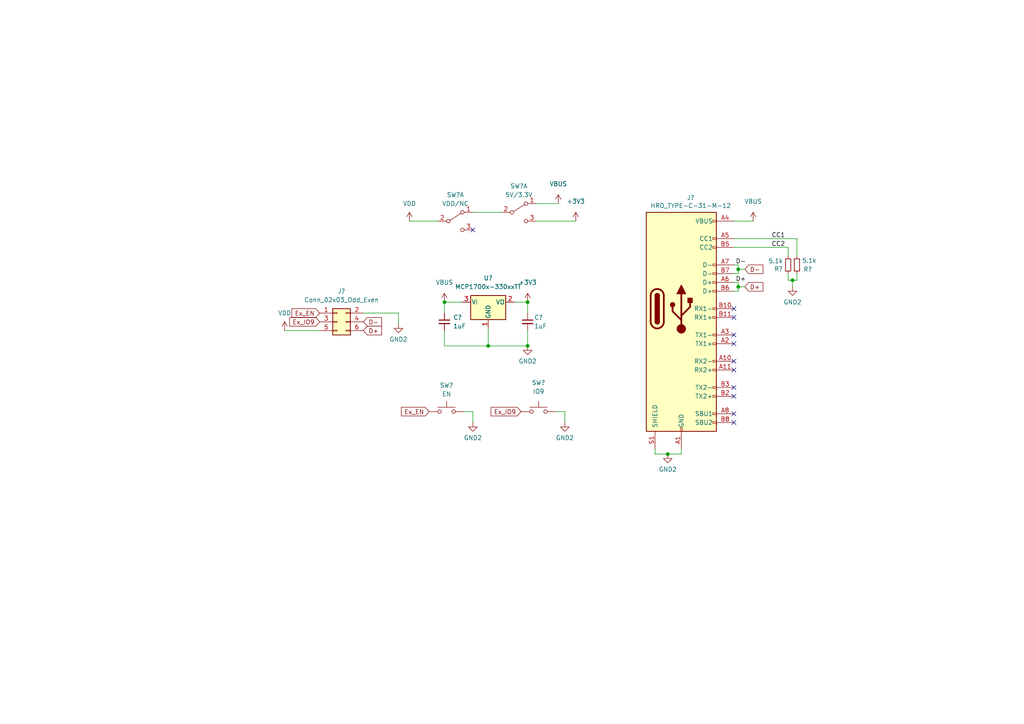
<source format=kicad_sch>
(kicad_sch (version 20211123) (generator eeschema)
  (paper "A4")
  (lib_symbols
    (symbol "Connector:USB_C_Receptacle" (pin_names (offset 1.016))
      (property "Reference" "J" (at -10.16 29.21 0))
      (property "Value" "USB_C_Receptacle" (at 10.16 29.21 0))
      (symbol "USB_C_Receptacle_0_0"
        (rectangle (start -0.254 -35.56) (end 0.254 -34.544))
        (rectangle (start 10.16 -32.766) (end 9.144 -33.274))
        (rectangle (start 10.16 -30.226) (end 9.144 -30.734))
        (rectangle (start 10.16 -25.146) (end 9.144 -25.654))
        (rectangle (start 10.16 -22.606) (end 9.144 -23.114))
        (rectangle (start 10.16 -17.526) (end 9.144 -18.034))
        (rectangle (start 10.16 -14.986) (end 9.144 -15.494))
        (rectangle (start 10.16 -9.906) (end 9.144 -10.414))
        (rectangle (start 10.16 -7.366) (end 9.144 -7.874))
        (rectangle (start 10.16 -2.286) (end 9.144 -2.794))
        (rectangle (start 10.16 0.254) (end 9.144 -0.254))
        (rectangle (start 10.16 5.334) (end 9.144 4.826))
        (rectangle (start 10.16 7.874) (end 9.144 7.366))
        (rectangle (start 10.16 10.414) (end 9.144 9.906))
        (rectangle (start 10.16 12.954) (end 9.144 12.446))
        (rectangle (start 10.16 18.034) (end 9.144 17.526))
        (rectangle (start 10.16 20.574) (end 9.144 20.066))
        (rectangle (start 10.16 25.654) (end 9.144 25.146))
      )
      (symbol "USB_C_Receptacle_0_1"
        (rectangle (start -10.16 27.94) (end 10.16 -35.56) (stroke (width 0.254)) (fill (type background)))
        (arc (start -8.89 -3.81) (mid -6.985 -5.715) (end -5.08 -3.81) (stroke (width 0.508)))
        (arc (start -7.62 -3.81) (mid -6.985 -4.445) (end -6.35 -3.81) (stroke (width 0.254)))
        (arc (start -7.62 -3.81) (mid -6.985 -4.445) (end -6.35 -3.81) (stroke (width 0.254)) (fill (type outline)))
        (rectangle (start -7.62 -3.81) (end -6.35 3.81) (stroke (width 0.254)) (fill (type outline)))
        (arc (start -6.35 3.81) (mid -6.985 4.445) (end -7.62 3.81) (stroke (width 0.254)))
        (arc (start -6.35 3.81) (mid -6.985 4.445) (end -7.62 3.81) (stroke (width 0.254)) (fill (type outline)))
        (arc (start -5.08 3.81) (mid -6.985 5.715) (end -8.89 3.81) (stroke (width 0.508)))
        (polyline (pts (xy -8.89 -3.81) (xy -8.89 3.81)) (stroke (width 0.508)))
        (polyline (pts (xy -5.08 3.81) (xy -5.08 -3.81)) (stroke (width 0.508)))
      )
      (symbol "USB_C_Receptacle_1_1"
        (circle (center -2.54 1.143) (radius 0.635) (stroke (width 0.254)) (fill (type outline)))
        (circle (center 0 -5.842) (radius 1.27) (fill (type outline)))
        (polyline (pts (xy 0 -5.842) (xy 0 4.318)) (stroke (width 0.508)))
        (polyline (pts (xy 0 -3.302) (xy -2.54 -0.762) (xy -2.54 0.508)) (stroke (width 0.508)))
        (polyline (pts (xy 0 -2.032) (xy 2.54 0.508) (xy 2.54 1.778)) (stroke (width 0.508)))
        (polyline (pts (xy -1.27 4.318) (xy 0 6.858) (xy 1.27 4.318) (xy -1.27 4.318)) (stroke (width 0.254)) (fill (type outline)))
        (rectangle (start 1.905 1.778) (end 3.175 3.048) (stroke (width 0.254)) (fill (type outline)))
        (pin passive line (at 0 -40.64 90) (length 5.08) (name "GND") (number "A1"))
        (pin bidirectional line (at 15.24 -15.24 180) (length 5.08) (name "RX2-") (number "A10"))
        (pin bidirectional line (at 15.24 -17.78 180) (length 5.08) (name "RX2+") (number "A11"))
        (pin passive line (at 0 -40.64 90) (length 5.08) hide (name "GND") (number "A12"))
        (pin bidirectional line (at 15.24 -10.16 180) (length 5.08) (name "TX1+") (number "A2"))
        (pin bidirectional line (at 15.24 -7.62 180) (length 5.08) (name "TX1-") (number "A3"))
        (pin passive line (at 15.24 25.4 180) (length 5.08) (name "VBUS") (number "A4"))
        (pin bidirectional line (at 15.24 20.32 180) (length 5.08) (name "CC1") (number "A5"))
        (pin bidirectional line (at 15.24 7.62 180) (length 5.08) (name "D+") (number "A6"))
        (pin bidirectional line (at 15.24 12.7 180) (length 5.08) (name "D-") (number "A7"))
        (pin bidirectional line (at 15.24 -30.48 180) (length 5.08) (name "SBU1") (number "A8"))
        (pin passive line (at 15.24 25.4 180) (length 5.08) hide (name "VBUS") (number "A9"))
        (pin passive line (at 0 -40.64 90) (length 5.08) hide (name "GND") (number "B1"))
        (pin bidirectional line (at 15.24 0 180) (length 5.08) (name "RX1-") (number "B10"))
        (pin bidirectional line (at 15.24 -2.54 180) (length 5.08) (name "RX1+") (number "B11"))
        (pin passive line (at 0 -40.64 90) (length 5.08) hide (name "GND") (number "B12"))
        (pin bidirectional line (at 15.24 -25.4 180) (length 5.08) (name "TX2+") (number "B2"))
        (pin bidirectional line (at 15.24 -22.86 180) (length 5.08) (name "TX2-") (number "B3"))
        (pin passive line (at 15.24 25.4 180) (length 5.08) hide (name "VBUS") (number "B4"))
        (pin bidirectional line (at 15.24 17.78 180) (length 5.08) (name "CC2") (number "B5"))
        (pin bidirectional line (at 15.24 5.08 180) (length 5.08) (name "D+") (number "B6"))
        (pin bidirectional line (at 15.24 10.16 180) (length 5.08) (name "D-") (number "B7"))
        (pin bidirectional line (at 15.24 -33.02 180) (length 5.08) (name "SBU2") (number "B8"))
        (pin passive line (at 15.24 25.4 180) (length 5.08) hide (name "VBUS") (number "B9"))
        (pin passive line (at -7.62 -40.64 90) (length 5.08) (name "SHIELD") (number "S1"))
      )
    )
    (symbol "Connector_Generic:Conn_02x03_Odd_Even" (pin_names (offset 1.016) hide)
      (property "Reference" "J" (at 1.27 5.08 0))
      (property "Value" "Conn_02x03_Odd_Even" (at 1.27 -5.08 0))
      (symbol "Conn_02x03_Odd_Even_1_1"
        (rectangle (start -1.27 -2.413) (end 0 -2.667) (stroke (width 0.1524)))
        (rectangle (start -1.27 0.127) (end 0 -0.127) (stroke (width 0.1524)))
        (rectangle (start -1.27 2.667) (end 0 2.413) (stroke (width 0.1524)))
        (rectangle (start -1.27 3.81) (end 3.81 -3.81) (stroke (width 0.254)) (fill (type background)))
        (rectangle (start 3.81 -2.413) (end 2.54 -2.667) (stroke (width 0.1524)))
        (rectangle (start 3.81 0.127) (end 2.54 -0.127) (stroke (width 0.1524)))
        (rectangle (start 3.81 2.667) (end 2.54 2.413) (stroke (width 0.1524)))
        (pin passive line (at -5.08 2.54 0) (length 3.81) (name "Pin_1") (number "1"))
        (pin passive line (at 7.62 2.54 180) (length 3.81) (name "Pin_2") (number "2"))
        (pin passive line (at -5.08 0 0) (length 3.81) (name "Pin_3") (number "3"))
        (pin passive line (at 7.62 0 180) (length 3.81) (name "Pin_4") (number "4"))
        (pin passive line (at -5.08 -2.54 0) (length 3.81) (name "Pin_5") (number "5"))
        (pin passive line (at 7.62 -2.54 180) (length 3.81) (name "Pin_6") (number "6"))
      )
    )
    (symbol "Device:C_Small" (pin_numbers hide) (pin_names (offset 0.254) hide)
      (property "Reference" "C" (at 0.254 1.778 0))
      (property "Value" "C_Small" (at 0.254 -2.032 0))
      (symbol "C_Small_0_1"
        (polyline (pts (xy -1.524 -0.508) (xy 1.524 -0.508)) (stroke (width 0.3302)))
        (polyline (pts (xy -1.524 0.508) (xy 1.524 0.508)) (stroke (width 0.3048)))
      )
      (symbol "C_Small_1_1"
        (pin passive line (at 0 2.54 270) (length 2.032) (name "~") (number "1"))
        (pin passive line (at 0 -2.54 90) (length 2.032) (name "~") (number "2"))
      )
    )
    (symbol "Device:R_Small" (pin_numbers hide) (pin_names (offset 0.254) hide)
      (property "Reference" "R" (at 0.762 0.508 0))
      (property "Value" "R_Small" (at 0.762 -1.016 0))
      (symbol "R_Small_0_1"
        (rectangle (start -0.762 1.778) (end 0.762 -1.778) (stroke (width 0.2032)))
      )
      (symbol "R_Small_1_1"
        (pin passive line (at 0 2.54 270) (length 0.762) (name "~") (number "1"))
        (pin passive line (at 0 -2.54 90) (length 0.762) (name "~") (number "2"))
      )
    )
    (symbol "Regulator_Linear:MCP1700x-330xxTT" (pin_names (offset 0.254))
      (property "Reference" "U" (at -3.81 3.175 0))
      (property "Value" "MCP1700x-330xxTT" (at 0 3.175 0))
      (symbol "MCP1700x-330xxTT_0_1"
        (rectangle (start -5.08 1.905) (end 5.08 -5.08) (stroke (width 0.254)) (fill (type background)))
      )
      (symbol "MCP1700x-330xxTT_1_1"
        (pin power_in line (at 0 -7.62 90) (length 2.54) (name "GND") (number "1"))
        (pin power_out line (at 7.62 0 180) (length 2.54) (name "VO") (number "2"))
        (pin power_in line (at -7.62 0 0) (length 2.54) (name "VI") (number "3"))
      )
    )
    (symbol "Switch:SW_DPDT_x2" (pin_names (offset 0) hide)
      (property "Reference" "SW" (at 0 4.318 0))
      (property "Value" "SW_DPDT_x2" (at 0 -5.08 0))
      (symbol "SW_DPDT_x2_0_0"
        (circle (center -2.032 0) (radius 0.508))
        (circle (center 2.032 -2.54) (radius 0.508))
      )
      (symbol "SW_DPDT_x2_0_1"
        (polyline (pts (xy -1.524 0.254) (xy 1.651 2.286)))
        (circle (center 2.032 2.54) (radius 0.508))
      )
      (symbol "SW_DPDT_x2_1_1"
        (pin passive line (at 5.08 2.54 180) (length 2.54) (name "A") (number "1"))
        (pin passive line (at -5.08 0 0) (length 2.54) (name "B") (number "2"))
        (pin passive line (at 5.08 -2.54 180) (length 2.54) (name "C") (number "3"))
      )
      (symbol "SW_DPDT_x2_2_1"
        (pin passive line (at 5.08 2.54 180) (length 2.54) (name "A") (number "4"))
        (pin passive line (at -5.08 0 0) (length 2.54) (name "B") (number "5"))
        (pin passive line (at 5.08 -2.54 180) (length 2.54) (name "C") (number "6"))
      )
    )
    (symbol "Switch:SW_Push" (pin_numbers hide) (pin_names (offset 1.016) hide)
      (property "Reference" "SW" (at 1.27 2.54 0))
      (property "Value" "SW_Push" (at 0 -1.524 0))
      (symbol "SW_Push_0_1"
        (circle (center -2.032 0) (radius 0.508))
        (polyline (pts (xy 0 1.27) (xy 0 3.048)))
        (polyline (pts (xy 2.54 1.27) (xy -2.54 1.27)))
        (circle (center 2.032 0) (radius 0.508))
        (pin passive line (at -5.08 0 0) (length 2.54) (name "1") (number "1"))
        (pin passive line (at 5.08 0 180) (length 2.54) (name "2") (number "2"))
      )
    )
    (symbol "power:+3V3" (power) (pin_names (offset 0))
      (property "Value" "+3V3" (at 0 3.556 0))
      (symbol "+3V3_0_1"
        (polyline (pts (xy -0.762 1.27) (xy 0 2.54)))
        (polyline (pts (xy 0 0) (xy 0 2.54)))
        (polyline (pts (xy 0 2.54) (xy 0.762 1.27)))
      )
      (symbol "+3V3_1_1"
        (pin power_in line (at 0 0 90) (length 0) hide (name "+3V3") (number "1"))
      )
    )
    (symbol "power:GND2" (power) (pin_names (offset 0))
      (property "Value" "GND2" (at 0 -3.81 0))
      (symbol "GND2_0_1"
        (polyline (pts (xy 0 0) (xy 0 -1.27) (xy 1.27 -1.27) (xy 0 -2.54) (xy -1.27 -1.27) (xy 0 -1.27)))
      )
      (symbol "GND2_1_1"
        (pin power_in line (at 0 0 270) (length 0) hide (name "GND2") (number "1"))
      )
    )
    (symbol "power:VBUS" (power) (pin_names (offset 0))
      (property "Value" "VBUS" (at 0 3.81 0))
      (symbol "VBUS_0_1"
        (polyline (pts (xy -0.762 1.27) (xy 0 2.54)))
        (polyline (pts (xy 0 0) (xy 0 2.54)))
        (polyline (pts (xy 0 2.54) (xy 0.762 1.27)))
      )
      (symbol "VBUS_1_1"
        (pin power_in line (at 0 0 90) (length 0) hide (name "VBUS") (number "1"))
      )
    )
    (symbol "power:VDD" (power) (pin_names (offset 0))
      (property "Value" "VDD" (at 0 3.81 0))
      (symbol "VDD_0_1"
        (polyline (pts (xy -0.762 1.27) (xy 0 2.54)))
        (polyline (pts (xy 0 0) (xy 0 2.54)))
        (polyline (pts (xy 0 2.54) (xy 0.762 1.27)))
      )
      (symbol "VDD_1_1"
        (pin power_in line (at 0 0 90) (length 0) hide (name "VDD") (number "1"))
      )
    )
  )
  (junction (at 153.035 87.63))
  (junction (at 153.035 100.33))
  (junction (at 229.87 81.28))
  (junction (at 128.905 87.63))
  (junction (at 193.675 131.699))
  (junction (at 141.605 100.33))
  (junction (at 214.122 78.105))
  (junction (at 214.122 83.185))
  (no_connect (at 212.852 92.075))
  (no_connect (at 212.852 122.555))
  (no_connect (at 212.852 99.695))
  (no_connect (at 212.852 114.935))
  (no_connect (at 212.852 104.775))
  (no_connect (at 137.16 66.675))
  (no_connect (at 212.852 89.535))
  (no_connect (at 212.852 107.315))
  (no_connect (at 212.852 97.155))
  (no_connect (at 212.852 112.395))
  (no_connect (at 212.852 120.015))
  (wire (pts (xy 212.852 64.135) (xy 218.44 64.135)))
  (wire (pts (xy 229.87 81.28) (xy 231.14 81.28)))
  (wire (pts (xy 105.41 90.805) (xy 115.57 90.805)))
  (wire (pts (xy 228.6 71.755) (xy 228.6 74.295)))
  (wire (pts (xy 231.14 69.215) (xy 212.852 69.215)))
  (wire (pts (xy 153.035 87.63) (xy 153.035 90.805)))
  (wire (pts (xy 128.905 87.63) (xy 133.985 87.63)))
  (wire (pts (xy 228.6 81.28) (xy 229.87 81.28)))
  (wire (pts (xy 128.905 95.885) (xy 128.905 100.33)))
  (wire (pts (xy 214.122 84.455) (xy 214.122 83.185)))
  (wire (pts (xy 141.605 95.25) (xy 141.605 100.33)))
  (wire (pts (xy 155.575 64.135) (xy 167.005 64.135)))
  (wire (pts (xy 212.852 81.915) (xy 214.122 81.915)))
  (wire (pts (xy 214.122 79.375) (xy 214.122 78.105)))
  (wire (pts (xy 212.852 84.455) (xy 214.122 84.455)))
  (wire (pts (xy 197.612 131.699) (xy 197.612 130.175)))
  (wire (pts (xy 141.605 100.33) (xy 153.035 100.33)))
  (wire (pts (xy 163.83 119.38) (xy 163.83 122.555)))
  (wire (pts (xy 118.745 64.135) (xy 127 64.135)))
  (wire (pts (xy 155.575 59.055) (xy 161.925 59.055)))
  (wire (pts (xy 189.992 131.699) (xy 193.675 131.699)))
  (wire (pts (xy 231.14 74.295) (xy 231.14 69.215)))
  (wire (pts (xy 231.14 81.28) (xy 231.14 79.375)))
  (wire (pts (xy 214.122 81.915) (xy 214.122 83.185)))
  (wire (pts (xy 134.62 119.38) (xy 137.16 119.38)))
  (wire (pts (xy 128.905 87.63) (xy 128.905 90.805)))
  (wire (pts (xy 82.55 95.885) (xy 92.71 95.885)))
  (wire (pts (xy 212.852 79.375) (xy 214.122 79.375)))
  (wire (pts (xy 128.905 100.33) (xy 141.605 100.33)))
  (wire (pts (xy 149.225 87.63) (xy 153.035 87.63)))
  (wire (pts (xy 214.122 83.185) (xy 216.027 83.185)))
  (wire (pts (xy 229.87 83.185) (xy 229.87 81.28)))
  (wire (pts (xy 189.992 131.699) (xy 189.992 130.175)))
  (wire (pts (xy 214.122 76.835) (xy 214.122 78.105)))
  (wire (pts (xy 137.16 61.595) (xy 145.415 61.595)))
  (wire (pts (xy 193.675 131.699) (xy 197.612 131.699)))
  (wire (pts (xy 212.852 76.835) (xy 214.122 76.835)))
  (wire (pts (xy 212.852 71.755) (xy 228.6 71.755)))
  (wire (pts (xy 115.57 90.805) (xy 115.57 93.98)))
  (wire (pts (xy 153.035 95.885) (xy 153.035 100.33)))
  (wire (pts (xy 161.29 119.38) (xy 163.83 119.38)))
  (wire (pts (xy 228.6 79.375) (xy 228.6 81.28)))
  (wire (pts (xy 137.16 119.38) (xy 137.16 122.555)))
  (wire (pts (xy 214.122 78.105) (xy 216.027 78.105)))
  (label "D-" (at 213.36 76.835 0))
  (label "CC1" (at 223.774 69.215 0))
  (label "CC2" (at 223.774 71.755 0))
  (label "D+" (at 213.36 81.915 0))
  (global_label "D-" (shape input) (at 105.41 93.345 0) (property "Intersheet References" "${INTERSHEET_REFS}" (effects hide)))
  (global_label "D-" (shape input) (at 216.027 78.105 0) (property "Intersheet References" "${INTERSHEET_REFS}" (effects hide)))
  (global_label "Ex_IO9" (shape input) (at 151.13 119.38 180) (property "Intersheet References" "${INTERSHEET_REFS}" (effects hide)))
  (global_label "Ex_EN" (shape input) (at 124.46 119.38 180) (property "Intersheet References" "${INTERSHEET_REFS}" (effects hide)))
  (global_label "Ex_IO9" (shape input) (at 92.71 93.345 180) (property "Intersheet References" "${INTERSHEET_REFS}" (effects hide)))
  (global_label "D+" (shape input) (at 105.41 95.885 0) (property "Intersheet References" "${INTERSHEET_REFS}" (effects hide)))
  (global_label "D+" (shape input) (at 216.027 83.185 0) (property "Intersheet References" "${INTERSHEET_REFS}" (effects hide)))
  (global_label "Ex_EN" (shape input) (at 92.71 90.805 180) (property "Intersheet References" "${INTERSHEET_REFS}" (effects hide)))
  (symbol (lib_id "power:VBUS") (at 161.925 59.055 0) (unit 1)
    (property "Reference" "#PWR?" (effects hide))
    (property "Value" "VBUS" (at 161.925 53.34 0))
  )
  (symbol (lib_id "Device:C_Small") (at 153.035 93.345 0) (unit 1)
    (property "Reference" "C?" (at 154.94 92.075 0) (effects (justify left)))
    (property "Value" "1uF" (at 154.94 94.615 0) (effects (justify left)))
    (property "Footprint" "Capacitor_SMD:C_0805_2012Metric" (effects hide))
  )
  (symbol (lib_id "power:GND2") (at 137.16 122.555 0) (unit 1)
    (property "Reference" "#PWR?" (effects hide))
    (property "Value" "GND2" (at 137.16 127 0))
  )
  (symbol (lib_id "Device:R_Small") (at 231.14 76.835 180) (unit 1)
    (property "Reference" "R?" (at 235.585 78.105 0) (effects (justify left)))
    (property "Value" "5.1k" (at 236.855 75.565 0) (effects (justify left)))
    (property "Footprint" "Resistor_SMD:R_0805_2012Metric" (effects hide))
  )
  (symbol (lib_id "power:VBUS") (at 218.44 64.135 0) (unit 1)
    (property "Reference" "#PWR?" (effects hide))
    (property "Value" "VBUS" (at 218.44 58.42 0))
  )
  (symbol (lib_id "Regulator_Linear:MCP1700x-330xxTT") (at 141.605 87.63 0) (unit 1)
    (property "Reference" "U?" (at 141.605 80.645 0))
    (property "Value" "MCP1700x-330xxTT" (at 141.605 83.185 0))
    (property "Footprint" "Package_TO_SOT_SMD:SOT-23" (effects hide))
    (property "Datasheet" "http://ww1.microchip.com/downloads/en/DeviceDoc/20001826D.pdf" (effects hide))
  )
  (symbol (lib_id "Switch:SW_Push") (at 129.54 119.38 0) (unit 1)
    (property "Reference" "SW?" (at 129.54 111.76 0))
    (property "Value" "EN" (at 129.54 114.3 0))
    (property "Footprint" "Button_Switch_SMD_custom:RKB2" (effects hide))
  )
  (symbol (lib_id "Switch:SW_Push") (at 156.21 119.38 0) (unit 1)
    (property "Reference" "SW?" (at 156.21 110.998 0))
    (property "Value" "IO9" (at 156.21 113.538 0))
    (property "Footprint" "Button_Switch_SMD_custom:RKB2" (effects hide))
  )
  (symbol (lib_id "power:GND2") (at 163.83 122.555 0) (unit 1)
    (property "Reference" "#PWR?" (effects hide))
    (property "Value" "GND2" (at 163.83 127 0))
  )
  (symbol (lib_id "power:GND2") (at 115.57 93.98 0) (unit 1)
    (property "Reference" "#PWR?" (effects hide))
    (property "Value" "GND2" (at 115.57 98.425 0))
  )
  (symbol (lib_id "power:VBUS") (at 128.905 87.63 0) (unit 1)
    (property "Reference" "#PWR?" (effects hide))
    (property "Value" "VBUS" (at 128.905 81.915 0))
  )
  (symbol (lib_id "power:GND2") (at 153.035 100.33 0) (unit 1)
    (property "Reference" "#PWR?" (effects hide))
    (property "Value" "GND2" (at 153.035 104.775 0))
  )
  (symbol (lib_id "Device:R_Small") (at 228.6 76.835 180) (unit 1)
    (property "Reference" "R?" (at 227.1014 78.0034 0) (effects (justify left)))
    (property "Value" "5.1k" (at 227.1014 75.692 0) (effects (justify left)))
    (property "Footprint" "Resistor_SMD:R_0805_2012Metric" (effects hide))
  )
  (symbol (lib_id "power:VDD") (at 82.55 95.885 0) (unit 1)
    (property "Reference" "#PWR?" (effects hide))
    (property "Value" "VDD" (at 82.55 90.805 0))
  )
  (symbol (lib_id "Switch:SW_DPDT_x2") (at 132.08 64.135 0) (unit 1)
    (property "Reference" "SW?" (at 132.08 56.515 0))
    (property "Value" "VDD/NC" (at 132.08 59.055 0))
    (property "Footprint" "Button_Switch_SMD:SW_DPDT_CK_JS202011JCQN" (effects hide))
  )
  (symbol (lib_id "power:+3V3") (at 153.035 87.63 0) (unit 1)
    (property "Reference" "#PWR?" (effects hide))
    (property "Value" "+3V3" (at 153.035 81.915 0))
  )
  (symbol (lib_id "power:+3V3") (at 167.005 64.135 0) (unit 1)
    (property "Reference" "#PWR?" (effects hide))
    (property "Value" "+3V3" (at 167.005 58.42 0))
  )
  (symbol (lib_id "Device:C_Small") (at 128.905 93.345 0) (unit 1)
    (property "Reference" "C?" (at 131.445 92.075 0) (effects (justify left)))
    (property "Value" "1uF" (at 131.445 94.615 0) (effects (justify left)))
    (property "Footprint" "Capacitor_SMD:C_0805_2012Metric" (effects hide))
  )
  (symbol (lib_id "Connector:USB_C_Receptacle") (at 197.612 89.535 0) (unit 1)
    (property "Reference" "J?" (at 200.3298 57.3532 0))
    (property "Value" "HRO_TYPE-C-31-M-12" (at 200.3298 59.6646 0))
    (property "Footprint" "Connector_USB:USB_C_Receptacle_HRO_TYPE-C-31-M-12" (effects hide))
    (property "Datasheet" "https://www.usb.org/sites/default/files/documents/usb_type-c.zip" (effects hide))
  )
  (symbol (lib_id "Connector_Generic:Conn_02x03_Odd_Even") (at 97.79 93.345 0) (unit 1)
    (property "Reference" "J?" (at 99.06 84.455 0))
    (property "Value" "Conn_02x03_Odd_Even" (at 99.06 86.995 0))
    (property "Footprint" "Connector_PinHeader_2.54mm:PinHeader_2x03_P2.54mm_Vertical" (effects hide))
  )
  (symbol (lib_id "power:GND2") (at 229.87 83.185 0) (unit 1)
    (property "Reference" "#PWR?" (effects hide))
    (property "Value" "GND2" (at 229.87 87.63 0))
  )
  (symbol (lib_id "power:GND2") (at 193.675 131.699 0) (unit 1)
    (property "Reference" "#PWR?" (effects hide))
    (property "Value" "GND2" (at 193.675 136.144 0))
  )
  (symbol (lib_id "Switch:SW_DPDT_x2") (at 150.495 61.595 0) (unit 1)
    (property "Reference" "SW?" (at 150.495 53.975 0))
    (property "Value" "5V/3.3V" (at 150.495 56.515 0))
    (property "Footprint" "Button_Switch_SMD:SW_DPDT_CK_JS202011JCQN" (effects hide))
  )
  (symbol (lib_id "power:VDD") (at 118.745 64.135 0) (unit 1)
    (property "Reference" "#PWR?" (effects hide))
    (property "Value" "VDD" (at 118.745 59.055 0))
  )
)
</source>
